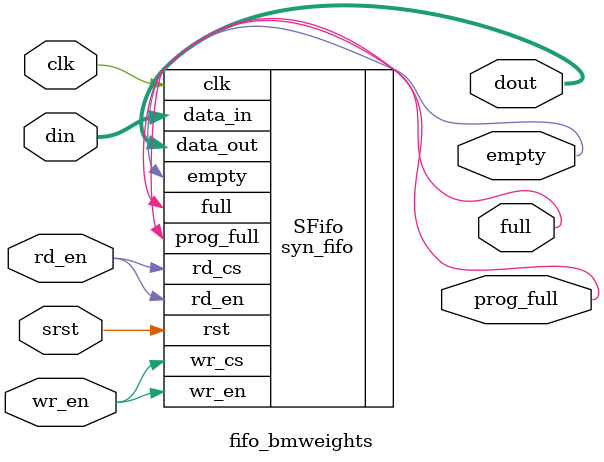
<source format=sv>

`timescale 1ns / 1ns
parameter BM_WIDTH = 128;
parameter BM_DEPTH = 44;
parameter BM_ADDR_WIDTH = $clog2(BM_DEPTH);

module fifo_bmweights(clk, srst, din, wr_en, rd_en, dout, full, empty, prog_full); //, wr_rst_busy, rd_rst_busy)
  input clk;
  input srst;
  input [BM_WIDTH - 1:0]din;
  input wr_en;
  input rd_en;
  output [BM_WIDTH - 1:0]dout;
  output full;
  output empty;
  output prog_full;
  syn_fifo #(BM_WIDTH, BM_ADDR_WIDTH, BM_DEPTH, 3) SFifo (
	  .clk        (clk), 
	  .rst        (srst), 
	  .wr_cs      (wr_en), 
	  .rd_cs      (rd_en),
	  .data_in    (din),
	  .rd_en      (rd_en),
	  .wr_en      (wr_en),
	  .data_out   (dout),
	  .empty      (empty),
	  .full       (full),
	  .prog_full  (prog_full)
  );
endmodule



</source>
